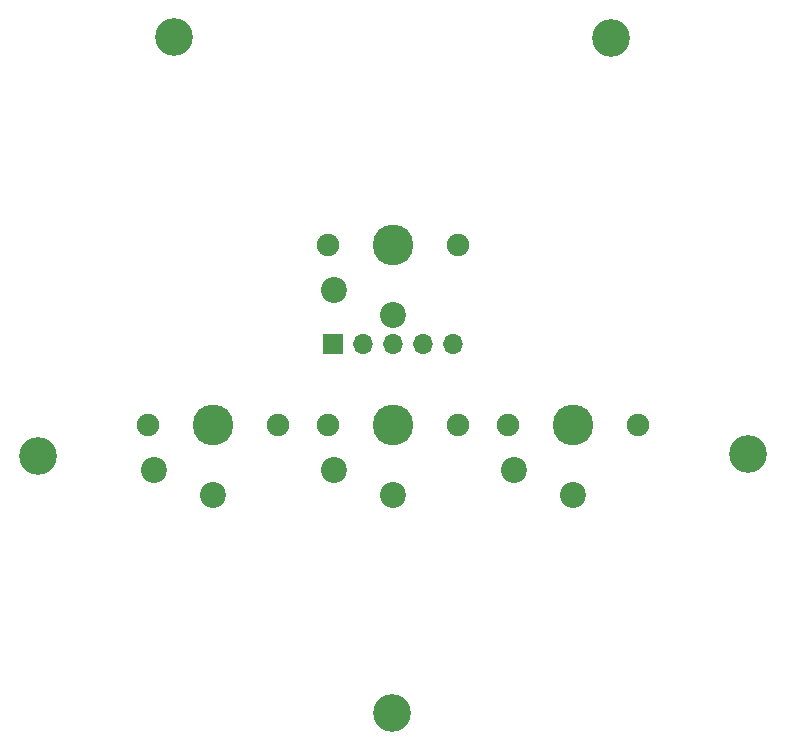
<source format=gbs>
%TF.GenerationSoftware,KiCad,Pcbnew,(6.0.4)*%
%TF.CreationDate,2022-05-01T19:09:37-04:00*%
%TF.ProjectId,odin,6f64696e-2e6b-4696-9361-645f70636258,rev?*%
%TF.SameCoordinates,Original*%
%TF.FileFunction,Soldermask,Bot*%
%TF.FilePolarity,Negative*%
%FSLAX46Y46*%
G04 Gerber Fmt 4.6, Leading zero omitted, Abs format (unit mm)*
G04 Created by KiCad (PCBNEW (6.0.4)) date 2022-05-01 19:09:37*
%MOMM*%
%LPD*%
G01*
G04 APERTURE LIST*
%ADD10C,1.900000*%
%ADD11C,3.450000*%
%ADD12C,2.200000*%
%ADD13C,3.200000*%
%ADD14R,1.700000X1.700000*%
%ADD15O,1.700000X1.700000*%
G04 APERTURE END LIST*
D10*
%TO.C,DOWN*%
X146900000Y-106680000D03*
X157900000Y-106680000D03*
D11*
X152400000Y-106680000D03*
D12*
X152400000Y-112580000D03*
X147400000Y-110480000D03*
%TD*%
D13*
%TO.C,H4*%
X152364707Y-131074155D03*
%TD*%
D10*
%TO.C,RIGHT*%
X162140000Y-106680000D03*
D11*
X167640000Y-106680000D03*
D10*
X173140000Y-106680000D03*
D12*
X167640000Y-112580000D03*
X162640000Y-110480000D03*
%TD*%
D11*
%TO.C,LEFT*%
X137160000Y-106680000D03*
D10*
X131660000Y-106680000D03*
X142660000Y-106680000D03*
D12*
X137160000Y-112580000D03*
X132160000Y-110480000D03*
%TD*%
D13*
%TO.C,H1*%
X133843558Y-73801171D03*
%TD*%
%TO.C,H5*%
X122318125Y-109259704D03*
%TD*%
%TO.C,H3*%
X182456486Y-109167060D03*
%TD*%
D11*
%TO.C,SW2*%
X152400000Y-91440000D03*
D10*
X157900000Y-91440000D03*
X146900000Y-91440000D03*
D12*
X152400000Y-97340000D03*
X147400000Y-95240000D03*
%TD*%
D13*
%TO.C,H2*%
X170841740Y-73872838D03*
%TD*%
D14*
%TO.C,J1*%
X147320000Y-99822000D03*
D15*
X149860000Y-99822000D03*
X152400000Y-99822000D03*
X154940000Y-99822000D03*
X157480000Y-99822000D03*
%TD*%
M02*

</source>
